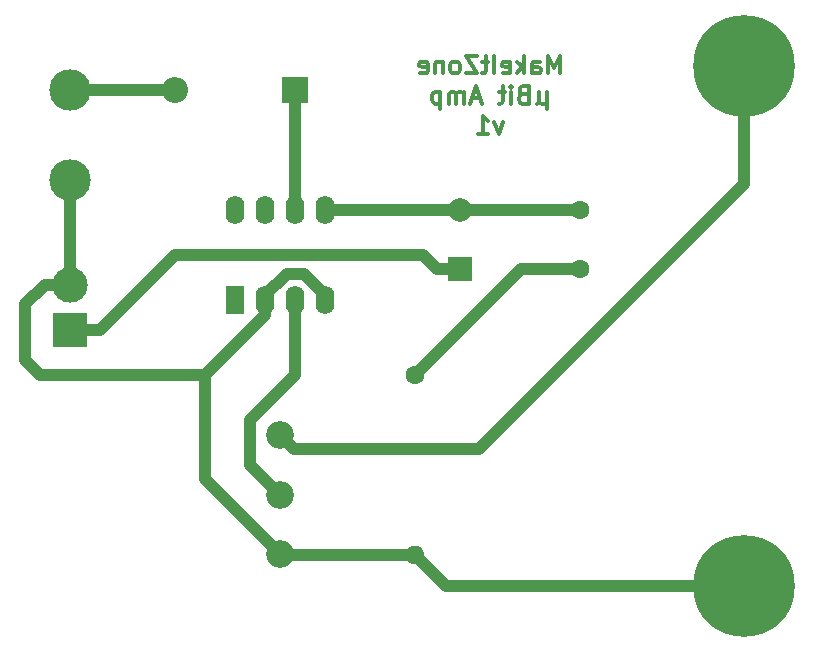
<source format=gbr>
G04 #@! TF.GenerationSoftware,KiCad,Pcbnew,(5.0.1-3-g963ef8bb5)*
G04 #@! TF.CreationDate,2018-11-12T05:35:08-08:00*
G04 #@! TF.ProjectId,AudioCreature,417564696F43726561747572652E6B69,rev?*
G04 #@! TF.SameCoordinates,Original*
G04 #@! TF.FileFunction,Copper,L2,Bot,Signal*
G04 #@! TF.FilePolarity,Positive*
%FSLAX46Y46*%
G04 Gerber Fmt 4.6, Leading zero omitted, Abs format (unit mm)*
G04 Created by KiCad (PCBNEW (5.0.1-3-g963ef8bb5)) date Monday, November 12, 2018 at 05:35:08 am*
%MOMM*%
%LPD*%
G01*
G04 APERTURE LIST*
G04 #@! TA.AperFunction,NonConductor*
%ADD10C,0.300000*%
G04 #@! TD*
G04 #@! TA.AperFunction,ComponentPad*
%ADD11R,2.200000X2.200000*%
G04 #@! TD*
G04 #@! TA.AperFunction,ComponentPad*
%ADD12O,2.200000X2.200000*%
G04 #@! TD*
G04 #@! TA.AperFunction,ComponentPad*
%ADD13C,3.500120*%
G04 #@! TD*
G04 #@! TA.AperFunction,ComponentPad*
%ADD14R,2.999740X2.999740*%
G04 #@! TD*
G04 #@! TA.AperFunction,ComponentPad*
%ADD15C,2.999740*%
G04 #@! TD*
G04 #@! TA.AperFunction,ComponentPad*
%ADD16C,1.600000*%
G04 #@! TD*
G04 #@! TA.AperFunction,ComponentPad*
%ADD17O,1.600000X1.600000*%
G04 #@! TD*
G04 #@! TA.AperFunction,ComponentPad*
%ADD18C,2.340000*%
G04 #@! TD*
G04 #@! TA.AperFunction,ComponentPad*
%ADD19R,1.600000X2.400000*%
G04 #@! TD*
G04 #@! TA.AperFunction,ComponentPad*
%ADD20O,1.600000X2.400000*%
G04 #@! TD*
G04 #@! TA.AperFunction,ComponentPad*
%ADD21C,8.600000*%
G04 #@! TD*
G04 #@! TA.AperFunction,ComponentPad*
%ADD22R,2.000000X2.000000*%
G04 #@! TD*
G04 #@! TA.AperFunction,ComponentPad*
%ADD23C,2.000000*%
G04 #@! TD*
G04 #@! TA.AperFunction,Conductor*
%ADD24C,1.000000*%
G04 #@! TD*
G04 APERTURE END LIST*
D10*
X66428571Y-26128571D02*
X66428571Y-24628571D01*
X65928571Y-25700000D01*
X65428571Y-24628571D01*
X65428571Y-26128571D01*
X64071428Y-26128571D02*
X64071428Y-25342857D01*
X64142857Y-25200000D01*
X64285714Y-25128571D01*
X64571428Y-25128571D01*
X64714285Y-25200000D01*
X64071428Y-26057142D02*
X64214285Y-26128571D01*
X64571428Y-26128571D01*
X64714285Y-26057142D01*
X64785714Y-25914285D01*
X64785714Y-25771428D01*
X64714285Y-25628571D01*
X64571428Y-25557142D01*
X64214285Y-25557142D01*
X64071428Y-25485714D01*
X63357142Y-26128571D02*
X63357142Y-24628571D01*
X63214285Y-25557142D02*
X62785714Y-26128571D01*
X62785714Y-25128571D02*
X63357142Y-25700000D01*
X61571428Y-26057142D02*
X61714285Y-26128571D01*
X62000000Y-26128571D01*
X62142857Y-26057142D01*
X62214285Y-25914285D01*
X62214285Y-25342857D01*
X62142857Y-25200000D01*
X62000000Y-25128571D01*
X61714285Y-25128571D01*
X61571428Y-25200000D01*
X61500000Y-25342857D01*
X61500000Y-25485714D01*
X62214285Y-25628571D01*
X60857142Y-26128571D02*
X60857142Y-24628571D01*
X60357142Y-25128571D02*
X59785714Y-25128571D01*
X60142857Y-24628571D02*
X60142857Y-25914285D01*
X60071428Y-26057142D01*
X59928571Y-26128571D01*
X59785714Y-26128571D01*
X59428571Y-24628571D02*
X58428571Y-24628571D01*
X59428571Y-26128571D01*
X58428571Y-26128571D01*
X57642857Y-26128571D02*
X57785714Y-26057142D01*
X57857142Y-25985714D01*
X57928571Y-25842857D01*
X57928571Y-25414285D01*
X57857142Y-25271428D01*
X57785714Y-25200000D01*
X57642857Y-25128571D01*
X57428571Y-25128571D01*
X57285714Y-25200000D01*
X57214285Y-25271428D01*
X57142857Y-25414285D01*
X57142857Y-25842857D01*
X57214285Y-25985714D01*
X57285714Y-26057142D01*
X57428571Y-26128571D01*
X57642857Y-26128571D01*
X56500000Y-25128571D02*
X56500000Y-26128571D01*
X56500000Y-25271428D02*
X56428571Y-25200000D01*
X56285714Y-25128571D01*
X56071428Y-25128571D01*
X55928571Y-25200000D01*
X55857142Y-25342857D01*
X55857142Y-26128571D01*
X54571428Y-26057142D02*
X54714285Y-26128571D01*
X55000000Y-26128571D01*
X55142857Y-26057142D01*
X55214285Y-25914285D01*
X55214285Y-25342857D01*
X55142857Y-25200000D01*
X55000000Y-25128571D01*
X54714285Y-25128571D01*
X54571428Y-25200000D01*
X54500000Y-25342857D01*
X54500000Y-25485714D01*
X55214285Y-25628571D01*
X65357142Y-27678571D02*
X65357142Y-29178571D01*
X64642857Y-28464285D02*
X64571428Y-28607142D01*
X64428571Y-28678571D01*
X65357142Y-28464285D02*
X65285714Y-28607142D01*
X65142857Y-28678571D01*
X64857142Y-28678571D01*
X64714285Y-28607142D01*
X64642857Y-28464285D01*
X64642857Y-27678571D01*
X63285714Y-27892857D02*
X63071428Y-27964285D01*
X62999999Y-28035714D01*
X62928571Y-28178571D01*
X62928571Y-28392857D01*
X62999999Y-28535714D01*
X63071428Y-28607142D01*
X63214285Y-28678571D01*
X63785714Y-28678571D01*
X63785714Y-27178571D01*
X63285714Y-27178571D01*
X63142857Y-27250000D01*
X63071428Y-27321428D01*
X62999999Y-27464285D01*
X62999999Y-27607142D01*
X63071428Y-27750000D01*
X63142857Y-27821428D01*
X63285714Y-27892857D01*
X63785714Y-27892857D01*
X62285714Y-28678571D02*
X62285714Y-27678571D01*
X62285714Y-27178571D02*
X62357142Y-27250000D01*
X62285714Y-27321428D01*
X62214285Y-27250000D01*
X62285714Y-27178571D01*
X62285714Y-27321428D01*
X61785714Y-27678571D02*
X61214285Y-27678571D01*
X61571428Y-27178571D02*
X61571428Y-28464285D01*
X61499999Y-28607142D01*
X61357142Y-28678571D01*
X61214285Y-28678571D01*
X59642857Y-28250000D02*
X58928571Y-28250000D01*
X59785714Y-28678571D02*
X59285714Y-27178571D01*
X58785714Y-28678571D01*
X58285714Y-28678571D02*
X58285714Y-27678571D01*
X58285714Y-27821428D02*
X58214285Y-27750000D01*
X58071428Y-27678571D01*
X57857142Y-27678571D01*
X57714285Y-27750000D01*
X57642857Y-27892857D01*
X57642857Y-28678571D01*
X57642857Y-27892857D02*
X57571428Y-27750000D01*
X57428571Y-27678571D01*
X57214285Y-27678571D01*
X57071428Y-27750000D01*
X56999999Y-27892857D01*
X56999999Y-28678571D01*
X56285714Y-27678571D02*
X56285714Y-29178571D01*
X56285714Y-27750000D02*
X56142857Y-27678571D01*
X55857142Y-27678571D01*
X55714285Y-27750000D01*
X55642857Y-27821428D01*
X55571428Y-27964285D01*
X55571428Y-28392857D01*
X55642857Y-28535714D01*
X55714285Y-28607142D01*
X55857142Y-28678571D01*
X56142857Y-28678571D01*
X56285714Y-28607142D01*
X61571428Y-30228571D02*
X61214285Y-31228571D01*
X60857142Y-30228571D01*
X59500000Y-31228571D02*
X60357142Y-31228571D01*
X59928571Y-31228571D02*
X59928571Y-29728571D01*
X60071428Y-29942857D01*
X60214285Y-30085714D01*
X60357142Y-30157142D01*
D11*
G04 #@! TO.P,D1,1*
G04 #@! TO.N,Net-(D1-Pad1)*
X44005000Y-27495000D03*
D12*
G04 #@! TO.P,D1,2*
G04 #@! TO.N,+5V*
X33845000Y-27495000D03*
G04 #@! TD*
D13*
G04 #@! TO.P,J2,1*
G04 #@! TO.N,GND*
X24955000Y-35115000D03*
G04 #@! TD*
D14*
G04 #@! TO.P,LS1,1*
G04 #@! TO.N,Net-(C1-Pad1)*
X24955000Y-47815000D03*
D15*
G04 #@! TO.P,LS1,2*
G04 #@! TO.N,GND*
X24955000Y-44005000D03*
G04 #@! TD*
D16*
G04 #@! TO.P,R1,1*
G04 #@! TO.N,Net-(C2-Pad2)*
X54165000Y-51625000D03*
D17*
G04 #@! TO.P,R1,2*
G04 #@! TO.N,GND*
X54165000Y-66865000D03*
G04 #@! TD*
D18*
G04 #@! TO.P,RV1,3*
G04 #@! TO.N,GND*
X42735000Y-66785000D03*
G04 #@! TO.P,RV1,2*
G04 #@! TO.N,Net-(RV1-Pad2)*
X42735000Y-61785000D03*
G04 #@! TO.P,RV1,1*
G04 #@! TO.N,Net-(J5-Pad1)*
X42735000Y-56785000D03*
G04 #@! TD*
D19*
G04 #@! TO.P,U1,1*
G04 #@! TO.N,Net-(U1-Pad1)*
X38925000Y-45275000D03*
D20*
G04 #@! TO.P,U1,5*
G04 #@! TO.N,Net-(C1-Pad2)*
X46545000Y-37655000D03*
G04 #@! TO.P,U1,2*
G04 #@! TO.N,GND*
X41465000Y-45275000D03*
G04 #@! TO.P,U1,6*
G04 #@! TO.N,Net-(D1-Pad1)*
X44005000Y-37655000D03*
G04 #@! TO.P,U1,3*
G04 #@! TO.N,Net-(RV1-Pad2)*
X44005000Y-45275000D03*
G04 #@! TO.P,U1,7*
G04 #@! TO.N,Net-(U1-Pad7)*
X41465000Y-37655000D03*
G04 #@! TO.P,U1,4*
G04 #@! TO.N,GND*
X46545000Y-45275000D03*
G04 #@! TO.P,U1,8*
G04 #@! TO.N,Net-(U1-Pad8)*
X38925000Y-37655000D03*
G04 #@! TD*
D21*
G04 #@! TO.P,J5,1*
G04 #@! TO.N,Net-(J5-Pad1)*
X82000000Y-25500000D03*
G04 #@! TD*
G04 #@! TO.P,J6,1*
G04 #@! TO.N,GND*
X82000000Y-69500000D03*
G04 #@! TD*
D22*
G04 #@! TO.P,C1,1*
G04 #@! TO.N,Net-(C1-Pad1)*
X57975000Y-42655000D03*
D23*
G04 #@! TO.P,C1,2*
G04 #@! TO.N,Net-(C1-Pad2)*
X57975000Y-37655000D03*
G04 #@! TD*
D16*
G04 #@! TO.P,C2,1*
G04 #@! TO.N,Net-(C1-Pad2)*
X68135000Y-37655000D03*
G04 #@! TO.P,C2,2*
G04 #@! TO.N,Net-(C2-Pad2)*
X68135000Y-42655000D03*
G04 #@! TD*
D13*
G04 #@! TO.P,J1,1*
G04 #@! TO.N,+5V*
X24955000Y-27495000D03*
G04 #@! TD*
D24*
G04 #@! TO.N,Net-(C1-Pad1)*
X55975000Y-42655000D02*
X54785000Y-41465000D01*
X54785000Y-41465000D02*
X33845000Y-41465000D01*
X57975000Y-42655000D02*
X55975000Y-42655000D01*
X27495000Y-47815000D02*
X24955000Y-47815000D01*
X33845000Y-41465000D02*
X27495000Y-47815000D01*
G04 #@! TO.N,Net-(C1-Pad2)*
X46545000Y-37655000D02*
X57975000Y-37655000D01*
X57975000Y-37655000D02*
X68135000Y-37655000D01*
G04 #@! TO.N,Net-(D1-Pad1)*
X44005000Y-27495000D02*
X44005000Y-37655000D01*
G04 #@! TO.N,+5V*
X24955000Y-27495000D02*
X33845000Y-27495000D01*
G04 #@! TO.N,GND*
X24955000Y-35115000D02*
X24955000Y-44005000D01*
X24955000Y-44005000D02*
X23685000Y-44005000D01*
X44745000Y-43075000D02*
X46545000Y-44875000D01*
X43265000Y-43075000D02*
X44745000Y-43075000D01*
X41465000Y-44875000D02*
X43265000Y-43075000D01*
X46545000Y-44875000D02*
X46545000Y-45275000D01*
X41465000Y-45275000D02*
X41465000Y-44875000D01*
X42815000Y-66865000D02*
X42735000Y-66785000D01*
X54165000Y-66865000D02*
X42815000Y-66865000D01*
X41465000Y-46545000D02*
X37655000Y-50355000D01*
X41465000Y-45275000D02*
X41465000Y-46545000D01*
X36385000Y-51625000D02*
X37655000Y-50355000D01*
X22415000Y-51625000D02*
X36385000Y-51625000D01*
X21145000Y-45693864D02*
X21145000Y-50355000D01*
X21145000Y-50355000D02*
X22415000Y-51625000D01*
X22833864Y-44005000D02*
X21145000Y-45693864D01*
X24955000Y-44005000D02*
X22833864Y-44005000D01*
X36385000Y-60435000D02*
X36385000Y-51625000D01*
X42735000Y-66785000D02*
X36385000Y-60435000D01*
X56800000Y-69500000D02*
X82000000Y-69500000D01*
X54165000Y-66865000D02*
X56800000Y-69500000D01*
G04 #@! TO.N,Net-(RV1-Pad2)*
X41565001Y-60615001D02*
X42735000Y-61785000D01*
X40195000Y-59245000D02*
X41565001Y-60615001D01*
X40195000Y-55435000D02*
X40195000Y-59245000D01*
X44005000Y-51625000D02*
X40195000Y-55435000D01*
X44005000Y-45275000D02*
X44005000Y-51625000D01*
G04 #@! TO.N,Net-(C2-Pad2)*
X63135000Y-42655000D02*
X54165000Y-51625000D01*
X68135000Y-42655000D02*
X63135000Y-42655000D01*
G04 #@! TO.N,Net-(J5-Pad1)*
X82000000Y-35500000D02*
X82000000Y-25500000D01*
X59545001Y-57954999D02*
X82000000Y-35500000D01*
X43904999Y-57954999D02*
X59545001Y-57954999D01*
X42735000Y-56785000D02*
X43904999Y-57954999D01*
G04 #@! TD*
M02*

</source>
